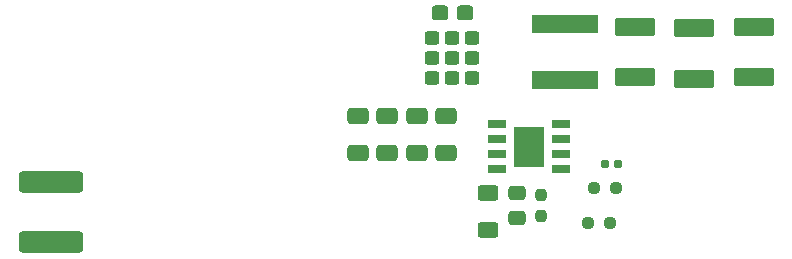
<source format=gbr>
%TF.GenerationSoftware,KiCad,Pcbnew,9.0.6*%
%TF.CreationDate,2025-11-14T16:09:11+05:30*%
%TF.ProjectId,fiveV_2A_LPS,66697665-565f-4324-915f-4c50532e6b69,rev?*%
%TF.SameCoordinates,Original*%
%TF.FileFunction,Paste,Top*%
%TF.FilePolarity,Positive*%
%FSLAX46Y46*%
G04 Gerber Fmt 4.6, Leading zero omitted, Abs format (unit mm)*
G04 Created by KiCad (PCBNEW 9.0.6) date 2025-11-14 16:09:11*
%MOMM*%
%LPD*%
G01*
G04 APERTURE LIST*
G04 Aperture macros list*
%AMRoundRect*
0 Rectangle with rounded corners*
0 $1 Rounding radius*
0 $2 $3 $4 $5 $6 $7 $8 $9 X,Y pos of 4 corners*
0 Add a 4 corners polygon primitive as box body*
4,1,4,$2,$3,$4,$5,$6,$7,$8,$9,$2,$3,0*
0 Add four circle primitives for the rounded corners*
1,1,$1+$1,$2,$3*
1,1,$1+$1,$4,$5*
1,1,$1+$1,$6,$7*
1,1,$1+$1,$8,$9*
0 Add four rect primitives between the rounded corners*
20,1,$1+$1,$2,$3,$4,$5,0*
20,1,$1+$1,$4,$5,$6,$7,0*
20,1,$1+$1,$6,$7,$8,$9,0*
20,1,$1+$1,$8,$9,$2,$3,0*%
G04 Aperture macros list end*
%ADD10RoundRect,0.250000X0.650000X-0.412500X0.650000X0.412500X-0.650000X0.412500X-0.650000X-0.412500X0*%
%ADD11RoundRect,0.237500X0.250000X0.237500X-0.250000X0.237500X-0.250000X-0.237500X0.250000X-0.237500X0*%
%ADD12RoundRect,0.250000X-0.625000X0.400000X-0.625000X-0.400000X0.625000X-0.400000X0.625000X0.400000X0*%
%ADD13RoundRect,0.300000X0.325000X0.300000X-0.325000X0.300000X-0.325000X-0.300000X0.325000X-0.300000X0*%
%ADD14RoundRect,0.317500X-0.382500X-0.317500X0.382500X-0.317500X0.382500X0.317500X-0.382500X0.317500X0*%
%ADD15RoundRect,0.237500X0.237500X-0.250000X0.237500X0.250000X-0.237500X0.250000X-0.237500X-0.250000X0*%
%ADD16RoundRect,0.155000X-0.212500X-0.155000X0.212500X-0.155000X0.212500X0.155000X-0.212500X0.155000X0*%
%ADD17RoundRect,0.250000X-1.450000X0.537500X-1.450000X-0.537500X1.450000X-0.537500X1.450000X0.537500X0*%
%ADD18R,5.700000X1.600000*%
%ADD19RoundRect,0.250000X-0.475000X0.337500X-0.475000X-0.337500X0.475000X-0.337500X0.475000X0.337500X0*%
%ADD20R,1.522000X0.700000*%
%ADD21R,2.500000X3.500000*%
%ADD22RoundRect,0.250000X2.450000X-0.650000X2.450000X0.650000X-2.450000X0.650000X-2.450000X-0.650000X0*%
%ADD23RoundRect,0.237500X-0.250000X-0.237500X0.250000X-0.237500X0.250000X0.237500X-0.250000X0.237500X0*%
G04 APERTURE END LIST*
D10*
%TO.C,C2*%
X209500000Y-103562500D03*
X209500000Y-100437500D03*
%TD*%
%TO.C,C3*%
X217000000Y-103562500D03*
X217000000Y-100437500D03*
%TD*%
D11*
%TO.C,R3*%
X231325000Y-106500000D03*
X229500000Y-106500000D03*
%TD*%
D12*
%TO.C,R1*%
X220500000Y-106950000D03*
X220500000Y-110050000D03*
%TD*%
D13*
%TO.C,D1*%
X215800000Y-93850000D03*
X215800000Y-95540000D03*
X215800000Y-97200000D03*
X217500000Y-93850000D03*
X217500000Y-95540000D03*
X217500000Y-97200000D03*
X219200000Y-93850000D03*
X219200000Y-95540000D03*
X219200000Y-97200000D03*
D14*
X216460000Y-91735000D03*
X218540000Y-91735000D03*
%TD*%
D15*
%TO.C,R2*%
X225000000Y-108912500D03*
X225000000Y-107087500D03*
%TD*%
D16*
%TO.C,C7*%
X230432500Y-104500000D03*
X231567500Y-104500000D03*
%TD*%
D10*
%TO.C,C5*%
X212000000Y-103562500D03*
X212000000Y-100437500D03*
%TD*%
D17*
%TO.C,C10*%
X243000000Y-92862500D03*
X243000000Y-97137500D03*
%TD*%
D18*
%TO.C,L1*%
X227000000Y-97350000D03*
X227000000Y-92650000D03*
%TD*%
D19*
%TO.C,C6*%
X223000000Y-106962500D03*
X223000000Y-109037500D03*
%TD*%
D20*
%TO.C,IC1*%
X221286000Y-101095000D03*
X221286000Y-102365000D03*
X221286000Y-103635000D03*
X221286000Y-104905000D03*
X226714000Y-104905000D03*
X226714000Y-103635000D03*
X226714000Y-102365000D03*
X226714000Y-101095000D03*
D21*
X224000000Y-103000000D03*
%TD*%
D22*
%TO.C,C1*%
X183500000Y-111100000D03*
X183500000Y-106000000D03*
%TD*%
D17*
%TO.C,C8*%
X233000000Y-92862500D03*
X233000000Y-97137500D03*
%TD*%
D10*
%TO.C,C4*%
X214500000Y-103562500D03*
X214500000Y-100437500D03*
%TD*%
D23*
%TO.C,R4*%
X229000000Y-109510000D03*
X230825000Y-109510000D03*
%TD*%
D17*
%TO.C,C9*%
X238000000Y-93000000D03*
X238000000Y-97275000D03*
%TD*%
M02*

</source>
